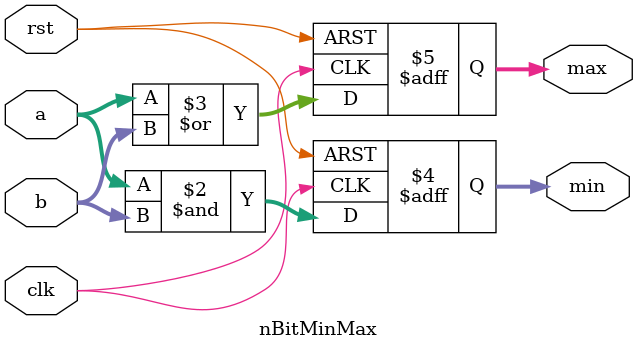
<source format=v>
`timescale 1ns/1ps

module nBitMinMax #(parameter WIDTH=4)(
  input             clk, rst,
  input       [3:0] a,
  input       [3:0] b,
  output  reg [3:0] min,
  output  reg [3:0] max);
  
  always @(posedge clk or posedge rst) begin
    if (rst) begin
      min <= 4'b0;
      max <= 4'b0;
    end
    else begin
      min <= (a & b);
      max <= (a | b);
    end
  end
  
 endmodule
</source>
